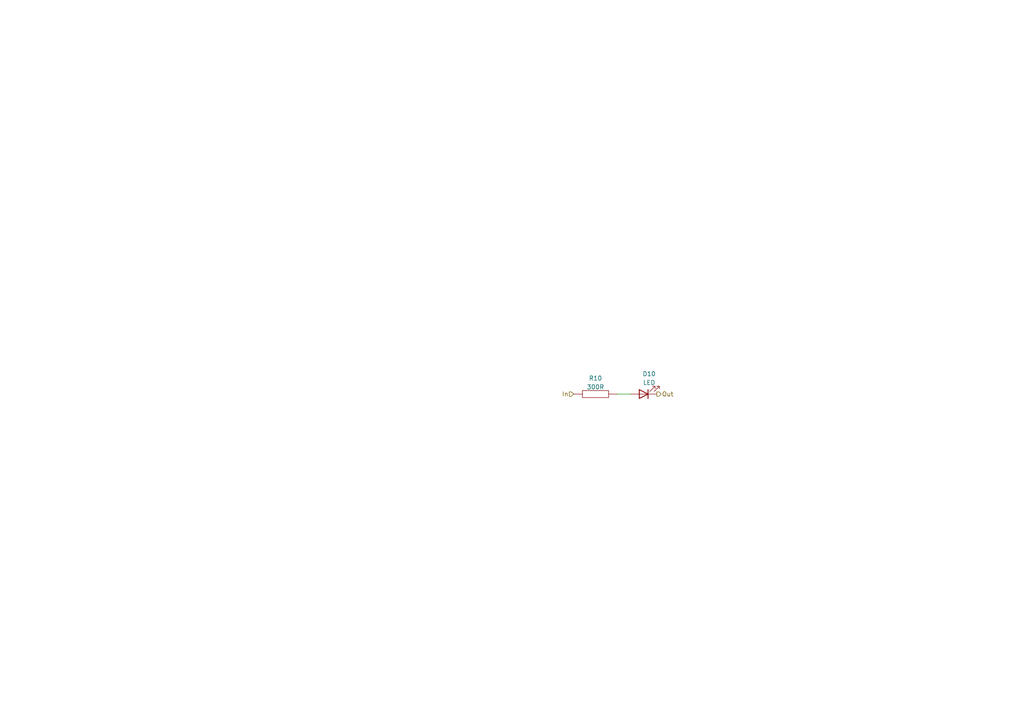
<source format=kicad_sch>
(kicad_sch (version 20211123) (generator eeschema)
  (paper "A4")
  (lib_symbols
    (symbol "Device:LED" (pin_numbers hide) (pin_names (offset 1.016) hide)
      (property "Reference" "D" (at 0 2.54 0))
      (property "Value" "LED" (at 0 -2.54 0))
      (symbol "LED_0_1"
        (polyline (pts (xy -1.27 -1.27) (xy -1.27 1.27)) (stroke (width 0.254)))
        (polyline (pts (xy -1.27 0) (xy 1.27 0)))
        (polyline (pts (xy 1.27 -1.27) (xy 1.27 1.27) (xy -1.27 0) (xy 1.27 -1.27)) (stroke (width 0.254)))
        (polyline (pts (xy -3.048 -0.762) (xy -4.572 -2.286) (xy -3.81 -2.286) (xy -4.572 -2.286) (xy -4.572 -1.524)))
        (polyline (pts (xy -1.778 -0.762) (xy -3.302 -2.286) (xy -2.54 -2.286) (xy -3.302 -2.286) (xy -3.302 -1.524)))
      )
      (symbol "LED_1_1"
        (pin passive line (at -3.81 0 0) (length 2.54) (name "K") (number "1"))
        (pin passive line (at 3.81 0 180) (length 2.54) (name "A") (number "2"))
      )
    )
    (symbol "pspice:R" (pin_numbers hide) (pin_names (offset 0))
      (property "Reference" "R" (at 2.032 0 90))
      (property "Value" "R" (at 0 0 90))
      (symbol "R_0_1"
        (rectangle (start -1.016 3.81) (end 1.016 -3.81))
      )
      (symbol "R_1_1"
        (pin passive line (at 0 6.35 270) (length 2.54) (name "~") (number "1"))
        (pin passive line (at 0 -6.35 90) (length 2.54) (name "~") (number "2"))
      )
    )
  )
  (wire (pts (xy 179.07 114.3) (xy 182.88 114.3)))
  (hierarchical_label "Out" (shape output) (at 190.5 114.3 0))
  (hierarchical_label "In" (shape input) (at 166.37 114.3 180))
  (symbol (lib_id "Device:LED") (at 186.69 114.3 180)
    (property "Reference" "D10" (at 188.2775 108.4412 0))
    (property "Value" "LED" (at 188.2775 110.9781 0))
    (property "Footprint" "LED_THT:LED_D1.8mm_W1.8mm_H2.4mm_Horizontal_O6.35mm_Z4.9mm" (effects hide))
  )
  (symbol (lib_id "pspice:R") (at 172.72 114.3 270)
    (property "Reference" "R10" (at 172.72 109.7112 90))
    (property "Value" "300R" (at 172.72 112.2481 90))
    (property "Footprint" "Resistor_SMD:R_0402_1005Metric" (effects hide))
  )
)
</source>
